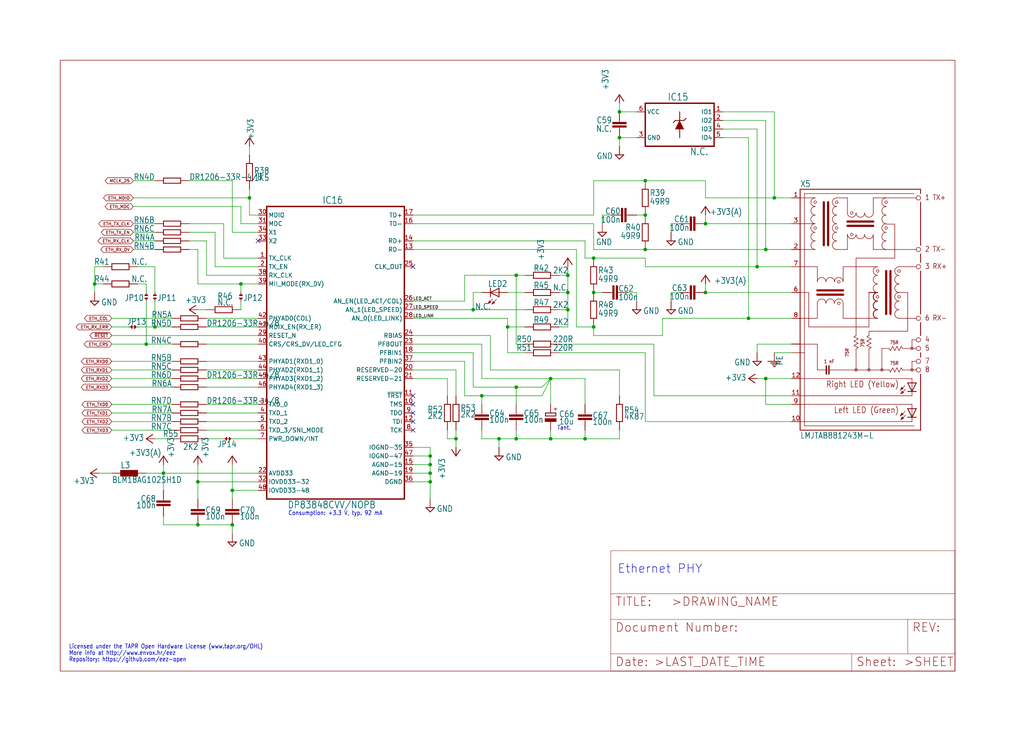
<source format=kicad_sch>
(kicad_sch (version 20230121) (generator eeschema)
  (paper "User" 302.311 218.491)
  (junction (at 228.6 58.42))
  (junction (at 58.42 142.24))
  (junction (at 162.56 111.76))
  (junction (at 127 142.24))
  (junction (at 182.88 40.64))
  (junction (at 226.06 111.76))
  (junction (at 68.58 144.78))
  (junction (at 167.64 81.28))
  (junction (at 48.26 139.7))
  (junction (at 149.86 96.52))
  (junction (at 142.24 116.84))
  (junction (at 127 134.62))
  (junction (at 43.18 101.6))
  (junction (at 208.28 66.04))
  (junction (at 167.64 86.36))
  (junction (at 134.62 129.54))
  (junction (at 182.88 33.02))
  (junction (at 27.94 83.82))
  (junction (at 147.32 129.54))
  (junction (at 45.72 96.52))
  (junction (at 175.26 96.52))
  (junction (at 226.06 73.66))
  (junction (at 152.4 114.3))
  (junction (at 162.56 129.54))
  (junction (at 175.26 76.2))
  (junction (at 152.4 129.54))
  (junction (at 58.42 154.94))
  (junction (at 68.58 154.94))
  (junction (at 73.66 58.42))
  (junction (at 167.64 91.44))
  (junction (at 127 139.7))
  (junction (at 139.7 91.44))
  (junction (at 190.5 53.34))
  (junction (at 71.12 83.82))
  (junction (at 190.5 63.5))
  (junction (at 190.5 73.66))
  (junction (at 175.26 86.36))
  (junction (at 223.52 78.74))
  (junction (at 208.28 86.36))
  (junction (at 127 137.16))
  (junction (at 172.72 129.54))
  (junction (at 220.98 93.98))
  (junction (at 152.4 81.28))
  (no_connect (at 121.92 121.92))
  (no_connect (at 121.92 119.38))
  (no_connect (at 121.92 124.46))
  (no_connect (at 121.92 127))
  (no_connect (at 121.92 116.84))
  (no_connect (at 76.2 71.12))
  (no_connect (at 121.92 78.74))
  (wire (pts (xy 175.26 66.04) (xy 175.26 73.66)))
  (wire (pts (xy 134.62 132.08) (xy 134.62 129.54)))
  (wire (pts (xy 139.7 86.36) (xy 139.7 91.44)))
  (wire (pts (xy 127 137.16) (xy 127 139.7)))
  (wire (pts (xy 193.04 101.6) (xy 193.04 116.84)))
  (wire (pts (xy 233.68 124.46) (xy 190.5 124.46)))
  (wire (pts (xy 160.02 114.3) (xy 162.56 111.76)))
  (wire (pts (xy 175.26 76.2) (xy 190.5 76.2)))
  (wire (pts (xy 149.86 86.36) (xy 154.94 86.36)))
  (wire (pts (xy 149.86 96.52) (xy 149.86 104.14)))
  (wire (pts (xy 190.5 63.5) (xy 187.96 63.5)))
  (wire (pts (xy 50.8 93.98) (xy 33.02 93.98)))
  (wire (pts (xy 228.6 58.42) (xy 233.68 58.42)))
  (wire (pts (xy 127 142.24) (xy 127 139.7)))
  (wire (pts (xy 134.62 129.54) (xy 134.62 127)))
  (wire (pts (xy 127 147.32) (xy 127 142.24)))
  (wire (pts (xy 76.2 144.78) (xy 68.58 144.78)))
  (wire (pts (xy 220.98 93.98) (xy 233.68 93.98)))
  (wire (pts (xy 33.02 127) (xy 50.8 127)))
  (wire (pts (xy 68.58 157.48) (xy 68.58 154.94)))
  (wire (pts (xy 162.56 127) (xy 162.56 129.54)))
  (wire (pts (xy 175.26 99.06) (xy 195.58 99.06)))
  (wire (pts (xy 76.2 139.7) (xy 48.26 139.7)))
  (wire (pts (xy 195.58 99.06) (xy 195.58 93.98)))
  (wire (pts (xy 175.26 63.5) (xy 175.26 53.34)))
  (wire (pts (xy 121.92 99.06) (xy 144.78 99.06)))
  (wire (pts (xy 39.37 53.34) (xy 45.72 53.34)))
  (wire (pts (xy 167.64 81.28) (xy 167.64 86.36)))
  (wire (pts (xy 121.92 142.24) (xy 127 142.24)))
  (wire (pts (xy 165.1 81.28) (xy 167.64 81.28)))
  (wire (pts (xy 121.92 93.98) (xy 149.86 93.98)))
  (wire (pts (xy 71.12 66.04) (xy 76.2 66.04)))
  (wire (pts (xy 73.66 58.42) (xy 73.66 63.5)))
  (wire (pts (xy 58.42 154.94) (xy 48.26 154.94)))
  (wire (pts (xy 198.12 88.9) (xy 198.12 86.36)))
  (wire (pts (xy 175.26 53.34) (xy 190.5 53.34)))
  (wire (pts (xy 134.62 129.54) (xy 132.08 129.54)))
  (wire (pts (xy 71.12 86.36) (xy 71.12 83.82)))
  (wire (pts (xy 55.88 68.58) (xy 63.5 68.58)))
  (wire (pts (xy 208.28 86.36) (xy 233.68 86.36)))
  (wire (pts (xy 187.96 88.9) (xy 187.96 86.36)))
  (wire (pts (xy 137.16 116.84) (xy 142.24 116.84)))
  (wire (pts (xy 149.86 104.14) (xy 154.94 104.14)))
  (wire (pts (xy 139.7 91.44) (xy 121.92 91.44)))
  (wire (pts (xy 223.52 38.1) (xy 223.52 78.74)))
  (wire (pts (xy 182.88 129.54) (xy 172.72 129.54)))
  (wire (pts (xy 43.18 88.9) (xy 43.18 101.6)))
  (wire (pts (xy 43.18 83.82) (xy 40.64 83.82)))
  (wire (pts (xy 142.24 116.84) (xy 142.24 119.38)))
  (wire (pts (xy 39.37 66.04) (xy 45.72 66.04)))
  (wire (pts (xy 48.26 139.7) (xy 48.26 137.16)))
  (wire (pts (xy 68.58 144.78) (xy 68.58 147.32)))
  (wire (pts (xy 50.8 101.6) (xy 43.18 101.6)))
  (wire (pts (xy 137.16 106.68) (xy 137.16 116.84)))
  (wire (pts (xy 142.24 127) (xy 142.24 129.54)))
  (wire (pts (xy 68.58 53.34) (xy 68.58 68.58)))
  (wire (pts (xy 45.72 129.54) (xy 50.8 129.54)))
  (wire (pts (xy 50.8 106.68) (xy 33.02 106.68)))
  (wire (pts (xy 142.24 86.36) (xy 139.7 86.36)))
  (wire (pts (xy 121.92 104.14) (xy 139.7 104.14)))
  (wire (pts (xy 60.96 124.46) (xy 76.2 124.46)))
  (wire (pts (xy 121.92 109.22) (xy 134.62 109.22)))
  (wire (pts (xy 66.04 76.2) (xy 76.2 76.2)))
  (wire (pts (xy 208.28 53.34) (xy 208.28 58.42)))
  (wire (pts (xy 137.16 88.9) (xy 137.16 81.28)))
  (wire (pts (xy 165.1 104.14) (xy 190.5 104.14)))
  (wire (pts (xy 190.5 76.2) (xy 190.5 78.74)))
  (wire (pts (xy 60.96 111.76) (xy 76.2 111.76)))
  (wire (pts (xy 233.68 119.38) (xy 226.06 119.38)))
  (wire (pts (xy 33.02 109.22) (xy 50.8 109.22)))
  (wire (pts (xy 152.4 101.6) (xy 154.94 101.6)))
  (wire (pts (xy 40.64 78.74) (xy 45.72 78.74)))
  (wire (pts (xy 208.28 66.04) (xy 233.68 66.04)))
  (wire (pts (xy 147.32 129.54) (xy 152.4 129.54)))
  (wire (pts (xy 33.02 111.76) (xy 50.8 111.76)))
  (wire (pts (xy 226.06 119.38) (xy 226.06 111.76)))
  (wire (pts (xy 228.6 33.02) (xy 228.6 58.42)))
  (wire (pts (xy 45.72 78.74) (xy 45.72 86.36)))
  (wire (pts (xy 73.66 58.42) (xy 73.66 55.88)))
  (wire (pts (xy 60.96 119.38) (xy 76.2 119.38)))
  (wire (pts (xy 76.2 129.54) (xy 68.58 129.54)))
  (wire (pts (xy 208.28 66.04) (xy 208.28 63.5)))
  (wire (pts (xy 66.04 129.54) (xy 60.96 129.54)))
  (wire (pts (xy 55.88 53.34) (xy 68.58 53.34)))
  (wire (pts (xy 139.7 104.14) (xy 139.7 114.3)))
  (wire (pts (xy 213.36 33.02) (xy 228.6 33.02)))
  (wire (pts (xy 60.96 96.52) (xy 76.2 96.52)))
  (wire (pts (xy 50.8 96.52) (xy 45.72 96.52)))
  (wire (pts (xy 127 132.08) (xy 127 134.62)))
  (wire (pts (xy 76.2 68.58) (xy 68.58 68.58)))
  (wire (pts (xy 33.02 119.38) (xy 50.8 119.38)))
  (wire (pts (xy 30.48 83.82) (xy 27.94 83.82)))
  (wire (pts (xy 162.56 111.76) (xy 172.72 111.76)))
  (wire (pts (xy 213.36 35.56) (xy 226.06 35.56)))
  (wire (pts (xy 165.1 91.44) (xy 167.64 91.44)))
  (wire (pts (xy 39.37 60.96) (xy 71.12 60.96)))
  (wire (pts (xy 162.56 119.38) (xy 162.56 111.76)))
  (wire (pts (xy 167.64 81.28) (xy 167.64 78.74)))
  (wire (pts (xy 33.02 101.6) (xy 43.18 101.6)))
  (wire (pts (xy 48.26 154.94) (xy 48.26 152.4)))
  (wire (pts (xy 170.18 96.52) (xy 175.26 96.52)))
  (wire (pts (xy 195.58 93.98) (xy 220.98 93.98)))
  (wire (pts (xy 152.4 114.3) (xy 160.02 114.3)))
  (wire (pts (xy 172.72 111.76) (xy 172.72 119.38)))
  (wire (pts (xy 152.4 129.54) (xy 162.56 129.54)))
  (wire (pts (xy 187.96 33.02) (xy 182.88 33.02)))
  (wire (pts (xy 63.5 78.74) (xy 76.2 78.74)))
  (wire (pts (xy 45.72 88.9) (xy 45.72 96.52)))
  (wire (pts (xy 172.72 127) (xy 172.72 129.54)))
  (wire (pts (xy 139.7 91.44) (xy 154.94 91.44)))
  (wire (pts (xy 71.12 83.82) (xy 76.2 83.82)))
  (wire (pts (xy 29.21 139.7) (xy 33.02 139.7)))
  (wire (pts (xy 180.34 63.5) (xy 177.8 63.5)))
  (wire (pts (xy 142.24 111.76) (xy 142.24 101.6)))
  (wire (pts (xy 160.02 116.84) (xy 162.56 111.76)))
  (wire (pts (xy 71.12 91.44) (xy 71.12 88.9)))
  (wire (pts (xy 223.52 101.6) (xy 223.52 104.14)))
  (wire (pts (xy 208.28 86.36) (xy 208.28 83.82)))
  (wire (pts (xy 43.18 86.36) (xy 43.18 83.82)))
  (wire (pts (xy 172.72 71.12) (xy 172.72 76.2)))
  (wire (pts (xy 127 137.16) (xy 127 134.62)))
  (wire (pts (xy 190.5 78.74) (xy 223.52 78.74)))
  (wire (pts (xy 60.96 106.68) (xy 76.2 106.68)))
  (wire (pts (xy 213.36 38.1) (xy 223.52 38.1)))
  (wire (pts (xy 190.5 73.66) (xy 226.06 73.66)))
  (wire (pts (xy 165.1 86.36) (xy 167.64 86.36)))
  (wire (pts (xy 33.02 121.92) (xy 50.8 121.92)))
  (wire (pts (xy 190.5 53.34) (xy 208.28 53.34)))
  (wire (pts (xy 60.96 121.92) (xy 76.2 121.92)))
  (wire (pts (xy 121.92 132.08) (xy 127 132.08)))
  (wire (pts (xy 152.4 114.3) (xy 152.4 119.38)))
  (wire (pts (xy 182.88 33.02) (xy 182.88 30.48)))
  (wire (pts (xy 60.96 114.3) (xy 76.2 114.3)))
  (wire (pts (xy 233.68 111.76) (xy 226.06 111.76)))
  (wire (pts (xy 177.8 66.04) (xy 177.8 63.5)))
  (wire (pts (xy 121.92 73.66) (xy 170.18 73.66)))
  (wire (pts (xy 27.94 78.74) (xy 30.48 78.74)))
  (wire (pts (xy 187.96 40.64) (xy 182.88 40.64)))
  (wire (pts (xy 142.24 101.6) (xy 121.92 101.6)))
  (wire (pts (xy 58.42 73.66) (xy 58.42 83.82)))
  (wire (pts (xy 233.68 104.14) (xy 228.6 104.14)))
  (wire (pts (xy 132.08 111.76) (xy 132.08 116.84)))
  (wire (pts (xy 48.26 139.7) (xy 48.26 144.78)))
  (wire (pts (xy 139.7 114.3) (xy 152.4 114.3)))
  (wire (pts (xy 162.56 129.54) (xy 172.72 129.54)))
  (wire (pts (xy 76.2 142.24) (xy 58.42 142.24)))
  (wire (pts (xy 190.5 104.14) (xy 190.5 124.46)))
  (wire (pts (xy 200.66 86.36) (xy 198.12 86.36)))
  (wire (pts (xy 55.88 71.12) (xy 60.96 71.12)))
  (wire (pts (xy 226.06 73.66) (xy 233.68 73.66)))
  (wire (pts (xy 167.64 86.36) (xy 167.64 91.44)))
  (wire (pts (xy 45.72 96.52) (xy 40.64 96.52)))
  (wire (pts (xy 223.52 78.74) (xy 233.68 78.74)))
  (wire (pts (xy 121.92 71.12) (xy 172.72 71.12)))
  (wire (pts (xy 162.56 111.76) (xy 142.24 111.76)))
  (wire (pts (xy 149.86 93.98) (xy 149.86 96.52)))
  (wire (pts (xy 175.26 96.52) (xy 175.26 99.06)))
  (wire (pts (xy 27.94 83.82) (xy 27.94 78.74)))
  (wire (pts (xy 142.24 116.84) (xy 160.02 116.84)))
  (wire (pts (xy 68.58 154.94) (xy 58.42 154.94)))
  (wire (pts (xy 121.92 106.68) (xy 137.16 106.68)))
  (wire (pts (xy 66.04 66.04) (xy 66.04 76.2)))
  (wire (pts (xy 60.96 81.28) (xy 76.2 81.28)))
  (wire (pts (xy 39.37 68.58) (xy 45.72 68.58)))
  (wire (pts (xy 60.96 101.6) (xy 76.2 101.6)))
  (wire (pts (xy 121.92 63.5) (xy 175.26 63.5)))
  (wire (pts (xy 165.1 101.6) (xy 193.04 101.6)))
  (wire (pts (xy 60.96 109.22) (xy 76.2 109.22)))
  (wire (pts (xy 121.92 66.04) (xy 175.26 66.04)))
  (wire (pts (xy 33.02 99.06) (xy 76.2 99.06)))
  (wire (pts (xy 233.68 101.6) (xy 223.52 101.6)))
  (wire (pts (xy 55.88 73.66) (xy 58.42 73.66)))
  (wire (pts (xy 200.66 66.04) (xy 198.12 66.04)))
  (wire (pts (xy 58.42 142.24) (xy 58.42 147.32)))
  (wire (pts (xy 121.92 88.9) (xy 137.16 88.9)))
  (wire (pts (xy 226.06 35.56) (xy 226.06 73.66)))
  (wire (pts (xy 33.02 114.3) (xy 50.8 114.3)))
  (wire (pts (xy 60.96 127) (xy 76.2 127)))
  (wire (pts (xy 226.06 111.76) (xy 223.52 111.76)))
  (wire (pts (xy 142.24 129.54) (xy 147.32 129.54)))
  (wire (pts (xy 198.12 68.58) (xy 198.12 66.04)))
  (wire (pts (xy 63.5 68.58) (xy 63.5 78.74)))
  (wire (pts (xy 121.92 111.76) (xy 132.08 111.76)))
  (wire (pts (xy 185.42 86.36) (xy 187.96 86.36)))
  (wire (pts (xy 39.37 71.12) (xy 45.72 71.12)))
  (wire (pts (xy 182.88 40.64) (xy 182.88 43.18)))
  (wire (pts (xy 152.4 127) (xy 152.4 129.54)))
  (wire (pts (xy 144.78 99.06) (xy 144.78 109.22)))
  (wire (pts (xy 121.92 137.16) (xy 127 137.16)))
  (wire (pts (xy 152.4 81.28) (xy 154.94 81.28)))
  (wire (pts (xy 76.2 93.98) (xy 60.96 93.98)))
  (wire (pts (xy 68.58 144.78) (xy 68.58 137.16)))
  (wire (pts (xy 137.16 81.28) (xy 152.4 81.28)))
  (wire (pts (xy 208.28 58.42) (xy 228.6 58.42)))
  (wire (pts (xy 71.12 60.96) (xy 71.12 66.04)))
  (wire (pts (xy 121.92 139.7) (xy 127 139.7)))
  (wire (pts (xy 38.1 96.52) (xy 33.02 96.52)))
  (wire (pts (xy 149.86 96.52) (xy 154.94 96.52)))
  (wire (pts (xy 33.02 124.46) (xy 50.8 124.46)))
  (wire (pts (xy 220.98 40.64) (xy 220.98 93.98)))
  (wire (pts (xy 132.08 129.54) (xy 132.08 127)))
  (wire (pts (xy 147.32 132.08) (xy 147.32 129.54)))
  (wire (pts (xy 175.26 86.36) (xy 177.8 86.36)))
  (wire (pts (xy 58.42 83.82) (xy 71.12 83.82)))
  (wire (pts (xy 121.92 134.62) (xy 127 134.62)))
  (wire (pts (xy 39.37 58.42) (xy 73.66 58.42)))
  (wire (pts (xy 170.18 73.66) (xy 170.18 96.52)))
  (wire (pts (xy 27.94 86.36) (xy 27.94 83.82)))
  (wire (pts (xy 73.66 63.5) (xy 76.2 63.5)))
  (wire (pts (xy 213.36 40.64) (xy 220.98 40.64)))
  (wire (pts (xy 60.96 91.44) (xy 58.42 91.44)))
  (wire (pts (xy 39.37 73.66) (xy 45.72 73.66)))
  (wire (pts (xy 152.4 81.28) (xy 152.4 101.6)))
  (wire (pts (xy 55.88 66.04) (xy 66.04 66.04)))
  (wire (pts (xy 58.42 142.24) (xy 58.42 137.16)))
  (wire (pts (xy 182.88 127) (xy 182.88 129.54)))
  (wire (pts (xy 167.64 96.52) (xy 165.1 96.52)))
  (wire (pts (xy 167.64 91.44) (xy 167.64 96.52)))
  (wire (pts (xy 60.96 71.12) (xy 60.96 81.28)))
  (wire (pts (xy 175.26 73.66) (xy 190.5 73.66)))
  (wire (pts (xy 172.72 76.2) (xy 175.26 76.2)))
  (wire (pts (xy 134.62 109.22) (xy 134.62 116.84)))
  (wire (pts (xy 182.88 109.22) (xy 182.88 116.84)))
  (wire (pts (xy 144.78 109.22) (xy 182.88 109.22)))
  (wire (pts (xy 48.26 139.7) (xy 43.18 139.7)))
  (wire (pts (xy 233.68 116.84) (xy 193.04 116.84)))
  (wire (pts (xy 73.66 43.18) (xy 73.66 45.72)))
  (text "Ethernet PHY" (at 182.245 169.545 0) (effects (font (size 2.54 2.54)) (justify left bottom)))
  (text "Licensed under the TAPR Open Hardware License (www.tapr.org/OHL)" (at 20.32 191.77 0) (effects (font (size 1.27 1.0795)) (justify left bottom)))
  (text "Tant." (at 164.465 125.73 0) (effects (font (size 1.27 1.0795)) (justify left top)))
  (text "Consumption: +3.3 V, typ. 92 mA" (at 85.09 152.4 0) (effects (font (size 1.27 1.0795)) (justify left bottom)))
  (text "Repository: https://github.com/eez-open" (at 20.32 195.58 0) (effects (font (size 1.27 1.0795)) (justify left bottom)))
  (text "More info at http://www.envox.hr/eez" (at 20.32 193.675 0) (effects (font (size 1.27 1.0795)) (justify left bottom)))
  (label "LED_SPEED" (at 121.92 91.44 0) (effects (font (size 0.889 0.889))))
  (label "LED_LINK" (at 121.92 93.98 0) (effects (font (size 0.889 0.889))))
  (label "LED_ACT" (at 121.92 88.9 0) (effects (font (size 0.889 0.889))))
  (global_label "ETH_RXD0" (shape bidirectional) (at 33.02 106.68 180) (effects (font (size 0.889 0.889))) (property "Intersheetrefs" "${INTERSHEET_REFS}" (effects hide)))
  (global_label "ETH_TX_CLK" (shape bidirectional) (at 39.37 66.04 180) (effects (font (size 0.889 0.889))) (property "Intersheetrefs" "${INTERSHEET_REFS}" (effects hide)))
  (global_label "ETH_RX_DV" (shape bidirectional) (at 39.37 73.66 180) (effects (font (size 0.889 0.889))) (property "Intersheetrefs" "${INTERSHEET_REFS}" (effects hide)))
  (global_label "ETH_COL" (shape bidirectional) (at 33.02 93.98 180) (effects (font (size 0.889 0.889))) (property "Intersheetrefs" "${INTERSHEET_REFS}" (effects hide)))
  (global_label "ETH_RX_CLK" (shape bidirectional) (at 39.37 71.12 180) (effects (font (size 0.889 0.889))) (property "Intersheetrefs" "${INTERSHEET_REFS}" (effects hide)))
  (global_label "ETH_MDC" (shape bidirectional) (at 39.37 60.96 180) (effects (font (size 0.889 0.889))) (property "Intersheetrefs" "${INTERSHEET_REFS}" (effects hide)))
  (global_label "ETH_RXD3" (shape bidirectional) (at 33.02 114.3 180) (effects (font (size 0.889 0.889))) (property "Intersheetrefs" "${INTERSHEET_REFS}" (effects hide)))
  (global_label "~{RESET}" (shape bidirectional) (at 33.02 99.06 180) (effects (font (size 0.889 0.889))) (property "Intersheetrefs" "${INTERSHEET_REFS}" (effects hide)))
  (global_label "ETH_RXD1" (shape bidirectional) (at 33.02 109.22 180) (effects (font (size 0.889 0.889))) (property "Intersheetrefs" "${INTERSHEET_REFS}" (effects hide)))
  (global_label "ETH_TXD2" (shape bidirectional) (at 33.02 124.46 180) (effects (font (size 0.889 0.889))) (property "Intersheetrefs" "${INTERSHEET_REFS}" (effects hide)))
  (global_label "ETH_TXD1" (shape bidirectional) (at 33.02 121.92 180) (effects (font (size 0.889 0.889))) (property "Intersheetrefs" "${INTERSHEET_REFS}" (effects hide)))
  (global_label "ETH_RXD2" (shape bidirectional) (at 33.02 111.76 180) (effects (font (size 0.889 0.889))) (property "Intersheetrefs" "${INTERSHEET_REFS}" (effects hide)))
  (global_label "ETH_TXD3" (shape bidirectional) (at 33.02 127 180) (effects (font (size 0.889 0.889))) (property "Intersheetrefs" "${INTERSHEET_REFS}" (effects hide)))
  (global_label "ETH_RX_ERR" (shape bidirectional) (at 33.02 96.52 180) (effects (font (size 0.889 0.889))) (property "Intersheetrefs" "${INTERSHEET_REFS}" (effects hide)))
  (global_label "ETH_TX_EN" (shape bidirectional) (at 39.37 68.58 180) (effects (font (size 0.889 0.889))) (property "Intersheetrefs" "${INTERSHEET_REFS}" (effects hide)))
  (global_label "ETH_CRS" (shape bidirectional) (at 33.02 101.6 180) (effects (font (size 0.889 0.889))) (property "Intersheetrefs" "${INTERSHEET_REFS}" (effects hide)))
  (global_label "MCLK_25" (shape bidirectional) (at 39.37 53.34 180) (effects (font (size 0.889 0.889))) (property "Intersheetrefs" "${INTERSHEET_REFS}" (effects hide)))
  (global_label "ETH_MDIO" (shape bidirectional) (at 39.37 58.42 180) (effects (font (size 0.889 0.889))) (property "Intersheetrefs" "${INTERSHEET_REFS}" (effects hide)))
  (global_label "ETH_TXD0" (shape bidirectional) (at 33.02 119.38 180) (effects (font (size 0.889 0.889))) (property "Intersheetrefs" "${INTERSHEET_REFS}" (effects hide)))
  (symbol (lib_id "EEZ_DIB_MCU_r3B4-eagle-import:R-EU_R0805") (at 160.02 86.36 180) (unit 1)
    (property "Reference" "R45" (at 157.48 85.217 0) (effects (font (size 1.778 1.5113)) (justify right top)))
    (property "Value" "N.C." (at 163.195 85.852 0) (effects (font (size 1.778 1.5113)) (justify right top)))
    (property "Footprint" "EEZ_DIB_MCU_r3B4:R0805" (effects hide))
  )
  (symbol (lib_id "EEZ_DIB_MCU_r3B4-eagle-import:GND") (at 198.12 71.12 0) (mirror y) (unit 1)
    (property "Reference" "#SUPPLY066" (effects hide))
    (property "Value" "GND" (at 200.025 70.485 0) (effects (font (size 1.778 1.5113)) (justify right top)))
    (property "Footprint" "EEZ_DIB_MCU_r3B4:" (effects hide))
  )
  (symbol (lib_id "EEZ_DIB_MCU_r3B4-eagle-import:DINA4_L") (at 180.34 198.12 0) (unit 2)
    (property "Reference" "#FRAME5" (effects hide))
    (property "Value" "DINA4_L" (effects hide))
    (property "Footprint" "EEZ_DIB_MCU_r3B4:" (effects hide))
  )
  (symbol (lib_id "EEZ_DIB_MCU_r3B4-eagle-import:TPD4E001-DRL") (at 200.66 35.56 0) (mirror y) (unit 1)
    (property "Reference" "IC15" (at 203.327 29.7688 0) (effects (font (size 2.0828 1.7703)) (justify left bottom)))
    (property "Value" "N.C." (at 209.2452 45.8978 0) (effects (font (size 2.0828 1.7703)) (justify left bottom)))
    (property "Footprint" "EEZ_DIB_MCU_r3B4:DRL6" (effects hide))
  )
  (symbol (lib_id "EEZ_DIB_MCU_r3B4-eagle-import:DINA4_L") (at 17.78 198.12 0) (unit 1)
    (property "Reference" "#FRAME5" (effects hide))
    (property "Value" "DINA4_L" (effects hide))
    (property "Footprint" "EEZ_DIB_MCU_r3B4:" (effects hide))
  )
  (symbol (lib_id "EEZ_DIB_MCU_r3B4-eagle-import:DP83848CVV{slash}NOPB") (at 99.06 104.14 0) (unit 1)
    (property "Reference" "IC16" (at 95.0976 60.2234 0) (effects (font (size 2.0828 1.7703)) (justify left bottom)))
    (property "Value" "DP83848CVV/NOPB" (at 84.836 150.1648 0) (effects (font (size 2.0828 1.7703)) (justify left bottom)))
    (property "Footprint" "EEZ_DIB_MCU_r3B4:PT48" (effects hide))
  )
  (symbol (lib_id "EEZ_DIB_MCU_r3B4-eagle-import:R_ARRAY4") (at 55.88 119.38 0) (unit 4)
    (property "Reference" "RN7" (at 50.8 119.253 0) (effects (font (size 1.778 1.5113)) (justify right bottom)))
    (property "Value" "DR1206-33R-4/8" (at 60.96 119.253 0) (effects (font (size 1.778 1.5113)) (justify left bottom)))
    (property "Footprint" "EEZ_DIB_MCU_r3B4:CAY16" (effects hide))
  )
  (symbol (lib_id "EEZ_DIB_MCU_r3B4-eagle-import:R_ARRAY4") (at 55.88 96.52 0) (unit 4)
    (property "Reference" "RN5" (at 50.8 96.393 0) (effects (font (size 1.778 1.5113)) (justify right bottom)))
    (property "Value" "DR1206-33R-4/8" (at 60.96 96.393 0) (effects (font (size 1.778 1.5113)) (justify left bottom)))
    (property "Footprint" "EEZ_DIB_MCU_r3B4:CAY16" (effects hide))
  )
  (symbol (lib_id "EEZ_DIB_MCU_r3B4-eagle-import:FERRITE_BEAD0603") (at 38.1 139.7 0) (unit 1)
    (property "Reference" "L3" (at 35.56 138.3284 0) (effects (font (size 1.778 1.5113)) (justify left bottom)))
    (property "Value" "BLM18AG102SH1D" (at 33.02 142.621 0) (effects (font (size 1.778 1.5113)) (justify left bottom)))
    (property "Footprint" "EEZ_DIB_MCU_r3B4:BEAD0603" (effects hide))
  )
  (symbol (lib_id "EEZ_DIB_MCU_r3B4-eagle-import:R-EU_R0805") (at 160.02 81.28 180) (unit 1)
    (property "Reference" "R42" (at 157.48 80.137 0) (effects (font (size 1.778 1.5113)) (justify right top)))
    (property "Value" "2K2" (at 163.195 80.772 0) (effects (font (size 1.778 1.5113)) (justify right top)))
    (property "Footprint" "EEZ_DIB_MCU_r3B4:R0805" (effects hide))
  )
  (symbol (lib_id "EEZ_DIB_MCU_r3B4-eagle-import:+3V3") (at 55.88 91.44 90) (unit 1)
    (property "Reference" "#+3V0334" (effects hide))
    (property "Value" "+3V3" (at 54.61 89.535 90) (effects (font (size 1.778 1.5113)) (justify right top)))
    (property "Footprint" "EEZ_DIB_MCU_r3B4:" (effects hide))
  )
  (symbol (lib_id "EEZ_DIB_MCU_r3B4-eagle-import:R-EU_R0805") (at 66.04 91.44 0) (unit 1)
    (property "Reference" "R46" (at 64.135 88.392 0) (effects (font (size 1.778 1.5113)) (justify left bottom)))
    (property "Value" "N.C." (at 64.135 90.297 0) (effects (font (size 1.778 1.5113)) (justify left bottom)))
    (property "Footprint" "EEZ_DIB_MCU_r3B4:R0805" (effects hide))
  )
  (symbol (lib_id "EEZ_DIB_MCU_r3B4-eagle-import:JP2-NOCUT") (at 66.04 129.54 0) (unit 1)
    (property "Reference" "JP14" (at 64.135 132.08 0) (effects (font (size 1.778 1.5113)) (justify left bottom)))
    (property "Value" "JP2-NOCUT" (effects hide))
    (property "Footprint" "EEZ_DIB_MCU_r3B4:JP2-NOCUT" (effects hide))
  )
  (symbol (lib_id "EEZ_DIB_MCU_r3B4-eagle-import:+3V3(A)") (at 48.26 134.62 0) (unit 1)
    (property "Reference" "#+3V3(A)03" (effects hide))
    (property "Value" "+3V3(A)" (at 38.1 134.62 0) (effects (font (size 1.778 1.5113)) (justify left bottom)))
    (property "Footprint" "EEZ_DIB_MCU_r3B4:" (effects hide))
  )
  (symbol (lib_id "EEZ_DIB_MCU_r3B4-eagle-import:GND") (at 27.94 88.9 0) (mirror y) (unit 1)
    (property "Reference" "#SUPPLY067" (effects hide))
    (property "Value" "GND" (at 29.845 88.265 0) (effects (font (size 1.778 1.5113)) (justify right top)))
    (property "Footprint" "EEZ_DIB_MCU_r3B4:" (effects hide))
  )
  (symbol (lib_id "EEZ_DIB_MCU_r3B4-eagle-import:JP2-CUT") (at 45.72 88.9 90) (unit 1)
    (property "Reference" "JP11" (at 46.355 88.9 90) (effects (font (size 1.778 1.5113)) (justify right top)))
    (property "Value" "JP2-CUT" (effects hide))
    (property "Footprint" "EEZ_DIB_MCU_r3B4:JP2-CUT" (effects hide))
  )
  (symbol (lib_id "EEZ_DIB_MCU_r3B4-eagle-import:R_ARRAY4") (at 55.88 106.68 0) (unit 2)
    (property "Reference" "RN5" (at 50.8 106.553 0) (effects (font (size 1.778 1.5113)) (justify right bottom)))
    (property "Value" "DR1206-33R-4/8" (effects hide))
    (property "Footprint" "EEZ_DIB_MCU_r3B4:CAY16" (effects hide))
  )
  (symbol (lib_id "EEZ_DIB_MCU_r3B4-eagle-import:JP2-NOCUT") (at 40.64 96.52 180) (unit 1)
    (property "Reference" "JP13" (at 37.465 93.98 0) (effects (font (size 1.778 1.5113)) (justify right bottom)))
    (property "Value" "JP2-NOCUT" (effects hide))
    (property "Footprint" "EEZ_DIB_MCU_r3B4:JP2-NOCUT" (effects hide))
  )
  (symbol (lib_id "EEZ_DIB_MCU_r3B4-eagle-import:GND") (at 68.58 160.02 0) (mirror y) (unit 1)
    (property "Reference" "#SUPPLY073" (effects hide))
    (property "Value" "GND" (at 70.485 159.385 0) (effects (font (size 1.778 1.5113)) (justify right top)))
    (property "Footprint" "EEZ_DIB_MCU_r3B4:" (effects hide))
  )
  (symbol (lib_id "EEZ_DIB_MCU_r3B4-eagle-import:R-EU_R0805") (at 160.02 104.14 180) (unit 1)
    (property "Reference" "R51" (at 152.4 103.632 0) (effects (font (size 1.778 1.5113)) (justify right top)))
    (property "Value" "220R" (at 163.195 103.632 0) (effects (font (size 1.778 1.5113)) (justify right top)))
    (property "Footprint" "EEZ_DIB_MCU_r3B4:R0805" (effects hide))
  )
  (symbol (lib_id "EEZ_DIB_MCU_r3B4-eagle-import:+3V3(A)") (at 208.28 81.28 0) (unit 1)
    (property "Reference" "#+3V3(A)02" (effects hide))
    (property "Value" "+3V3(A)" (at 210.82 83.82 0) (effects (font (size 1.778 1.5113)) (justify left bottom)))
    (property "Footprint" "EEZ_DIB_MCU_r3B4:" (effects hide))
  )
  (symbol (lib_id "EEZ_DIB_MCU_r3B4-eagle-import:C-EUC0603") (at 180.34 86.36 90) (mirror x) (unit 1)
    (property "Reference" "C62" (at 182.499 84.201 90) (effects (font (size 1.778 1.5113)) (justify right top)))
    (property "Value" "100n" (at 182.499 86.741 90) (effects (font (size 1.778 1.5113)) (justify right top)))
    (property "Footprint" "EEZ_DIB_MCU_r3B4:C0603" (effects hide))
  )
  (symbol (lib_id "EEZ_DIB_MCU_r3B4-eagle-import:+3V3(A)") (at 208.28 60.96 0) (unit 1)
    (property "Reference" "#+3V3(A)01" (effects hide))
    (property "Value" "+3V3(A)" (at 209.55 63.5 0) (effects (font (size 1.778 1.5113)) (justify left bottom)))
    (property "Footprint" "EEZ_DIB_MCU_r3B4:" (effects hide))
  )
  (symbol (lib_id "EEZ_DIB_MCU_r3B4-eagle-import:+3V3") (at 43.18 129.54 90) (unit 1)
    (property "Reference" "#+3V0336" (effects hide))
    (property "Value" "+3V3" (at 42.545 128.27 90) (effects (font (size 1.778 1.5113)) (justify left bottom)))
    (property "Footprint" "EEZ_DIB_MCU_r3B4:" (effects hide))
  )
  (symbol (lib_id "EEZ_DIB_MCU_r3B4-eagle-import:R_ARRAY4") (at 55.88 114.3 0) (unit 1)
    (property "Reference" "RN6" (at 50.8 114.173 0) (effects (font (size 1.778 1.5113)) (justify right bottom)))
    (property "Value" "DR1206-33R-4/8" (effects hide))
    (property "Footprint" "EEZ_DIB_MCU_r3B4:CAY16" (effects hide))
  )
  (symbol (lib_id "EEZ_DIB_MCU_r3B4-eagle-import:R-EU_R0805") (at 73.66 50.8 270) (mirror x) (unit 1)
    (property "Reference" "R38" (at 74.93 49.403 90) (effects (font (size 1.778 1.5113)) (justify left bottom)))
    (property "Value" "1K5" (at 74.93 53.467 90) (effects (font (size 1.778 1.5113)) (justify left top)))
    (property "Footprint" "EEZ_DIB_MCU_r3B4:R0805" (effects hide))
  )
  (symbol (lib_id "EEZ_DIB_MCU_r3B4-eagle-import:LED0805") (at 144.78 86.36 270) (mirror x) (unit 1)
    (property "Reference" "LED2" (at 144.018 82.804 90) (effects (font (size 1.778 1.5113)) (justify left bottom)))
    (property "Value" "N.C." (at 140.208 89.535 90) (effects (font (size 1.778 1.5113)) (justify left bottom)))
    (property "Footprint" "EEZ_DIB_MCU_r3B4:LED_0805" (effects hide))
  )
  (symbol (lib_id "EEZ_DIB_MCU_r3B4-eagle-import:R_ARRAY4") (at 55.88 111.76 0) (unit 4)
    (property "Reference" "RN6" (at 50.8 111.633 0) (effects (font (size 1.778 1.5113)) (justify right bottom)))
    (property "Value" "DR1206-33R-4/8" (at 60.96 111.633 0) (effects (font (size 1.778 1.5113)) (justify left bottom)))
    (property "Footprint" "EEZ_DIB_MCU_r3B4:CAY16" (effects hide))
  )
  (symbol (lib_id "EEZ_DIB_MCU_r3B4-eagle-import:R_ARRAY4") (at 55.88 121.92 0) (unit 1)
    (property "Reference" "RN7" (at 50.8 121.793 0) (effects (font (size 1.778 1.5113)) (justify right bottom)))
    (property "Value" "DR1206-33R-4/8" (effects hide))
    (property "Footprint" "EEZ_DIB_MCU_r3B4:CAY16" (effects hide))
  )
  (symbol (lib_id "EEZ_DIB_MCU_r3B4-eagle-import:+3V3") (at 134.62 134.62 0) (mirror x) (unit 1)
    (property "Reference" "#+3V0340" (effects hide))
    (property "Value" "+3V3" (at 131.445 135.255 90) (effects (font (size 1.778 1.5113)) (justify left bottom)))
    (property "Footprint" "EEZ_DIB_MCU_r3B4:" (effects hide))
  )
  (symbol (lib_id "EEZ_DIB_MCU_r3B4-eagle-import:+3V3") (at 58.42 134.62 0) (unit 1)
    (property "Reference" "#+3V0338" (effects hide))
    (property "Value" "+3V3" (at 51.435 135.255 90) (effects (font (size 1.778 1.5113)) (justify left bottom)))
    (property "Footprint" "EEZ_DIB_MCU_r3B4:" (effects hide))
  )
  (symbol (lib_id "EEZ_DIB_MCU_r3B4-eagle-import:C-EUC0603") (at 203.2 86.36 90) (mirror x) (unit 1)
    (property "Reference" "C63" (at 202.946 85.979 90) (effects (font (size 1.778 1.5113)) (justify left bottom)))
    (property "Value" "100n" (at 203.581 88.519 90) (effects (font (size 1.778 1.5113)) (justify left bottom)))
    (property "Footprint" "EEZ_DIB_MCU_r3B4:C0603" (effects hide))
  )
  (symbol (lib_id "EEZ_DIB_MCU_r3B4-eagle-import:R-EU_R0805") (at 190.5 58.42 90) (unit 1)
    (property "Reference" "R39" (at 191.77 57.912 90) (effects (font (size 1.778 1.5113)) (justify right top)))
    (property "Value" "49R9" (at 191.77 60.452 90) (effects (font (size 1.778 1.5113)) (justify right top)))
    (property "Footprint" "EEZ_DIB_MCU_r3B4:R0805" (effects hide))
  )
  (symbol (lib_id "EEZ_DIB_MCU_r3B4-eagle-import:+3V3") (at 68.58 134.62 0) (unit 1)
    (property "Reference" "#+3V0339" (effects hide))
    (property "Value" "+3V3" (at 61.595 135.255 90) (effects (font (size 1.778 1.5113)) (justify left bottom)))
    (property "Footprint" "EEZ_DIB_MCU_r3B4:" (effects hide))
  )
  (symbol (lib_id "EEZ_DIB_MCU_r3B4-eagle-import:R-EU_R0805") (at 175.26 81.28 90) (unit 1)
    (property "Reference" "R43" (at 176.53 80.772 90) (effects (font (size 1.778 1.5113)) (justify right top)))
    (property "Value" "49R9" (at 176.53 83.312 90) (effects (font (size 1.778 1.5113)) (justify right top)))
    (property "Footprint" "EEZ_DIB_MCU_r3B4:R0805" (effects hide))
  )
  (symbol (lib_id "EEZ_DIB_MCU_r3B4-eagle-import:+3V3") (at 182.88 27.94 0) (unit 1)
    (property "Reference" "#+3V0331" (effects hide))
    (property "Value" "+3V3" (at 179.705 26.67 90) (effects (font (size 1.778 1.5113)) (justify left bottom)))
    (property "Footprint" "EEZ_DIB_MCU_r3B4:" (effects hide))
  )
  (symbol (lib_id "EEZ_DIB_MCU_r3B4-eagle-import:R-EU_R0805") (at 35.56 78.74 0) (mirror x) (unit 1)
    (property "Reference" "R41" (at 32.385 78.232 0) (effects (font (size 1.778 1.5113)) (justify right top)))
    (property "Value" "N.C." (at 38.735 78.232 0) (effects (font (size 1.778 1.5113)) (justify left top)))
    (property "Footprint" "EEZ_DIB_MCU_r3B4:R0805" (effects hide))
  )
  (symbol (lib_id "EEZ_DIB_MCU_r3B4-eagle-import:GND") (at 182.88 45.72 0) (mirror y) (unit 1)
    (property "Reference" "#SUPPLY064" (effects hide))
    (property "Value" "GND" (at 180.975 45.085 0) (effects (font (size 1.778 1.5113)) (justify left top)))
    (property "Footprint" "EEZ_DIB_MCU_r3B4:" (effects hide))
  )
  (symbol (lib_id "EEZ_DIB_MCU_r3B4-eagle-import:R-EU_R0805") (at 175.26 91.44 90) (unit 1)
    (property "Reference" "R48" (at 176.53 90.932 90) (effects (font (size 1.778 1.5113)) (justify right top)))
    (property "Value" "49R9" (at 176.53 93.472 90) (effects (font (size 1.778 1.5113)) (justify right top)))
    (property "Footprint" "EEZ_DIB_MCU_r3B4:R0805" (effects hide))
  )
  (symbol (lib_id "EEZ_DIB_MCU_r3B4-eagle-import:+3V3") (at 26.67 139.7 90) (unit 1)
    (property "Reference" "#+3V0337" (effects hide))
    (property "Value" "+3V3" (at 27.94 140.97 90) (effects (font (size 1.778 1.5113)) (justify left bottom)))
    (property "Footprint" "EEZ_DIB_MCU_r3B4:" (effects hide))
  )
  (symbol (lib_id "EEZ_DIB_MCU_r3B4-eagle-import:GND") (at 198.12 91.44 0) (mirror y) (unit 1)
    (property "Reference" "#SUPPLY069" (effects hide))
    (property "Value" "GND" (at 200.025 90.805 0) (effects (font (size 1.778 1.5113)) (justify right top)))
    (property "Footprint" "EEZ_DIB_MCU_r3B4:" (effects hide))
  )
  (symbol (lib_id "EEZ_DIB_MCU_r3B4-eagle-import:+3V3") (at 167.64 76.2 0) (unit 1)
    (property "Reference" "#+3V0333" (effects hide))
    (property "Value" "+3V3" (at 160.655 76.835 90) (effects (font (size 1.778 1.5113)) (justify left bottom)))
    (property "Footprint" "EEZ_DIB_MCU_r3B4:" (effects hide))
  )
  (symbol (lib_id "EEZ_DIB_MCU_r3B4-eagle-import:R-EU_R0805") (at 160.02 96.52 180) (unit 1)
    (property "Reference" "R49" (at 157.48 95.377 0) (effects (font (size 1.778 1.5113)) (justify right top)))
    (property "Value" "2K2" (at 163.195 96.012 0) (effects (font (size 1.778 1.5113)) (justify right top)))
    (property "Footprint" "EEZ_DIB_MCU_r3B4:R0805" (effects hide))
  )
  (symbol (lib_id "EEZ_DIB_MCU_r3B4-eagle-import:JP2-CUT") (at 43.18 88.9 90) (unit 1)
    (property "Reference" "JP10" (at 42.545 88.9 90) (effects (font (size 1.778 1.5113)) (justify left top)))
    (property "Value" "JP2-CUT" (effects hide))
    (property "Footprint" "EEZ_DIB_MCU_r3B4:JP2-CUT" (effects hide))
  )
  (symbol (lib_id "EEZ_DIB_MCU_r3B4-eagle-import:R_ARRAY4") (at 50.8 71.12 0) (unit 1)
    (property "Reference" "RN4" (at 45.72 70.993 0) (effects (font (size 1.778 1.5113)) (justify right bottom)))
    (property "Value" "DR1206-33R-4/8" (effects hide))
    (property "Footprint" "EEZ_DIB_MCU_r3B4:CAY16" (effects hide))
  )
  (symbol (lib_id "EEZ_DIB_MCU_r3B4-eagle-import:C-EUC0603") (at 58.42 149.86 0) (mirror y) (unit 1)
    (property "Reference" "C69" (at 60.579 149.606 0) (effects (font (size 1.778 1.5113)) (justify right top)))
    (property "Value" "100n" (at 60.579 151.511 0) (effects (font (size 1.778 1.5113)) (justify right top)))
    (property "Footprint" "EEZ_DIB_MCU_r3B4:C0603" (effects hide))
  )
  (symbol (lib_id "EEZ_DIB_MCU_r3B4-eagle-import:R-EU_R0805") (at 55.88 129.54 0) (mirror x) (unit 1)
    (property "Reference" "R55" (at 52.705 129.032 0) (effects (font (size 1.778 1.5113)) (justify right top)))
    (property "Value" "2K2" (at 53.975 132.842 0) (effects (font (size 1.778 1.5113)) (justify left top)))
    (property "Footprint" "EEZ_DIB_MCU_r3B4:R0805" (effects hide))
  )
  (symbol (lib_id "EEZ_DIB_MCU_r3B4-eagle-import:R_ARRAY4") (at 50.8 53.34 0) (unit 4)
    (property "Reference" "RN4" (at 45.72 53.213 0) (effects (font (size 1.778 1.5113)) (justify right bottom)))
    (property "Value" "DR1206-33R-4/8" (at 55.88 53.213 0) (effects (font (size 1.778 1.5113)) (justify left bottom)))
    (property "Footprint" "EEZ_DIB_MCU_r3B4:CAY16" (effects hide))
  )
  (symbol (lib_id "EEZ_DIB_MCU_r3B4-eagle-import:C-EUC0603") (at 48.26 147.32 0) (mirror y) (unit 1)
    (property "Reference" "C68" (at 46.101 148.209 0) (effects (font (size 1.778 1.5113)) (justify left bottom)))
    (property "Value" "100n" (at 46.101 150.114 0) (effects (font (size 1.778 1.5113)) (justify left bottom)))
    (property "Footprint" "EEZ_DIB_MCU_r3B4:C0603" (effects hide))
  )
  (symbol (lib_id "EEZ_DIB_MCU_r3B4-eagle-import:R-EU_R0805") (at 190.5 68.58 90) (unit 1)
    (property "Reference" "R40" (at 189.23 68.072 90) (effects (font (size 1.778 1.5113)) (justify left top)))
    (property "Value" "49R9" (at 189.23 70.612 90) (effects (font (size 1.778 1.5113)) (justify left top)))
    (property "Footprint" "EEZ_DIB_MCU_r3B4:R0805" (effects hide))
  )
  (symbol (lib_id "EEZ_DIB_MCU_r3B4-eagle-import:R-EU_R0805") (at 182.88 121.92 90) (unit 1)
    (property "Reference" "R54" (at 184.15 122.047 90) (effects (font (size 1.778 1.5113)) (justify right top)))
    (property "Value" "4K87" (at 184.15 123.952 90) (effects (font (size 1.778 1.5113)) (justify right top)))
    (property "Footprint" "EEZ_DIB_MCU_r3B4:R0805" (effects hide))
  )
  (symbol (lib_id "EEZ_DIB_MCU_r3B4-eagle-import:C-EUC0603") (at 142.24 121.92 0) (mirror y) (unit 1)
    (property "Reference" "C64" (at 144.399 121.031 0) (effects (font (size 1.778 1.5113)) (justify right top)))
    (property "Value" "100n" (at 144.399 122.936 0) (effects (font (size 1.778 1.5113)) (justify right top)))
    (property "Footprint" "EEZ_DIB_MCU_r3B4:C0603" (effects hide))
  )
  (symbol (lib_id "EEZ_DIB_MCU_r3B4-eagle-import:PE") (at 228.6 106.68 0) (unit 1)
    (property "Reference" "#PE03" (effects hide))
    (property "Value" "PE" (at 231.14 107.95 90) (effects (font (size 1.778 1.5113)) (justify left bottom)))
    (property "Footprint" "EEZ_DIB_MCU_r3B4:" (effects hide))
  )
  (symbol (lib_id "EEZ_DIB_MCU_r3B4-eagle-import:R-EU_R0805") (at 35.56 83.82 0) (mirror x) (unit 1)
    (property "Reference" "R44" (at 32.385 83.312 0) (effects (font (size 1.778 1.5113)) (justify right top)))
    (property "Value" "N.C." (at 38.735 83.312 0) (effects (font (size 1.778 1.5113)) (justify left top)))
    (property "Footprint" "EEZ_DIB_MCU_r3B4:R0805" (effects hide))
  )
  (symbol (lib_id "EEZ_DIB_MCU_r3B4-eagle-import:C-EUC0603") (at 172.72 121.92 0) (mirror y) (unit 1)
    (property "Reference" "C67" (at 174.879 121.666 0) (effects (font (size 1.778 1.5113)) (justify right top)))
    (property "Value" "100n" (at 174.879 123.571 0) (effects (font (size 1.778 1.5113)) (justify right top)))
    (property "Footprint" "EEZ_DIB_MCU_r3B4:C0603" (effects hide))
  )
  (symbol (lib_id "EEZ_DIB_MCU_r3B4-eagle-import:JP2-CUT") (at 71.12 88.9 90) (unit 1)
    (property "Reference" "JP12" (at 71.755 88.9 90) (effects (font (size 1.778 1.5113)) (justify right top)))
    (property "Value" "JP2-CUT" (effects hide))
    (property "Footprint" "EEZ_DIB_MCU_r3B4:JP2-CUT" (effects hide))
  )
  (symbol (lib_id "EEZ_DIB_MCU_r3B4-eagle-import:GND") (at 187.96 91.44 0) (mirror y) (unit 1)
    (property "Reference" "#SUPPLY068" (effects hide))
    (property "Value" "GND" (at 189.865 90.805 0) (effects (font (size 1.778 1.5113)) (justify right top)))
    (property "Footprint" "EEZ_DIB_MCU_r3B4:" (effects hide))
  )
  (symbol (lib_id "EEZ_DIB_MCU_r3B4-eagle-import:R_ARRAY4") (at 55.88 124.46 0) (unit 2)
    (property "Reference" "RN7" (at 50.8 124.333 0) (effects (font (size 1.778 1.5113)) (justify right bottom)))
    (property "Value" "DR1206-33R-4/8" (effects hide))
    (property "Footprint" "EEZ_DIB_MCU_r3B4:CAY16" (effects hide))
  )
  (symbol (lib_id "EEZ_DIB_MCU_r3B4-eagle-import:R_ARRAY4") (at 55.88 101.6 0) (unit 3)
    (property "Reference" "RN4" (at 50.8 101.473 0) (effects (font (size 1.778 1.5113)) (justify right bottom)))
    (property "Value" "DR1206-33R-4/8" (effects hide))
    (property "Footprint" "EEZ_DIB_MCU_r3B4:CAY16" (effects hide))
  )
  (symbol (lib_id "EEZ_DIB_MCU_r3B4-eagle-import:R-EU_R0805") (at 132.08 121.92 90) (unit 1)
    (property "Reference" "R52" (at 130.81 119.888 90) (effects (font (size 1.778 1.5113)) (justify left bottom)))
    (property "Value" "2K2" (at 130.81 121.793 90) (effects (font (size 1.778 1.5113)) (justify left bottom)))
    (property "Footprint" "EEZ_DIB_MCU_r3B4:R0805" (effects hide))
  )
  (symbol (lib_id "EEZ_DIB_MCU_r3B4-eagle-import:C-EUC0603") (at 203.2 66.04 90) (mirror x) (unit 1)
    (property "Reference" "C61" (at 203.581 65.659 90) (effects (font (size 1.778 1.5113)) (justify left bottom)))
    (property "Value" "100n" (at 203.581 68.199 90) (effects (font (size 1.778 1.5113)) (justify left bottom)))
    (property "Footprint" "EEZ_DIB_MCU_r3B4:C0603" (effects hide))
  )
  (symbol (lib_id "EEZ_DIB_MCU_r3B4-eagle-import:C-EUC0603") (at 182.88 35.56 0) (mirror y) (unit 1)
    (property "Reference" "C59" (at 180.721 36.449 0) (effects (font (size 1.778 1.5113)) (justify left bottom)))
    (property "Value" "N.C." (at 180.721 38.989 0) (effects (font (size 1.778 1.5113)) (justify left bottom)))
    (property "Footprint" "EEZ_DIB_MCU_r3B4:C0603" (effects hide))
  )
  (symbol (lib_id "EEZ_DIB_MCU_r3B4-eagle-import:GND") (at 127 149.86 0) (mirror y) (unit 1)
    (property "Reference" "#SUPPLY072" (effects hide))
    (property "Value" "GND" (at 128.905 149.225 0) (effects (font (size 1.778 1.5113)) (justify right top)))
    (property "Footprint" "EEZ_DIB_MCU_r3B4:" (effects hide))
  )
  (symbol (lib_id "EEZ_DIB_MCU_r3B4-eagle-import:+3V3") (at 220.98 111.76 90) (unit 1)
    (property "Reference" "#+3V0335" (effects hide))
    (property "Value" "+3V3" (at 220.345 110.49 90) (effects (font (size 1.778 1.5113)) (justify left bottom)))
    (property "Footprint" "EEZ_DIB_MCU_r3B4:" (effects hide))
  )
  (symbol (lib_id "EEZ_DIB_MCU_r3B4-eagle-import:C-EUC0603") (at 185.42 63.5 270) (unit 1)
    (property "Reference" "C60" (at 183.261 61.341 90) (effects (font (size 1.778 1.5113)) (justify right top)))
    (property "Value" "100n" (at 183.261 63.881 90) (effects (font (size 1.778 1.5113)) (justify right top)))
    (property "Footprint" "EEZ_DIB_MCU_r3B4:C0603" (effects hide))
  )
  (symbol (lib_id "EEZ_DIB_MCU_r3B4-eagle-import:GND") (at 223.52 106.68 0) (mirror y) (unit 1)
    (property "Reference" "#SUPPLY070" (effects hide))
    (property "Value" "GND" (at 221.615 107.95 0) (effects (font (size 1.778 1.5113)) (justify left bottom)))
    (property "Footprint" "EEZ_DIB_MCU_r3B4:" (effects hide))
  )
  (symbol (lib_id "EEZ_DIB_MCU_r3B4-eagle-import:R_ARRAY4") (at 50.8 66.04 0) (unit 2)
    (property "Reference" "RN6" (at 45.72 65.913 0) (effects (font (size 1.778 1.5113)) (justify right bottom)))
    (property "Value" "DR1206-33R-4/8" (effects hide))
    (property "Footprint" "EEZ_DIB_MCU_r3B4:CAY16" (effects hide))
  )
  (symbol (lib_id "EEZ_DIB_MCU_r3B4-eagle-import:C-EUC0603") (at 68.58 149.86 0) (mirror y) (unit 1)
    (property "Reference" "C70" (at 70.739 149.606 0) (effects (font (size 1.778 1.5113)) (justify right top)))
    (property "Value" "100n" (at 70.739 151.511 0) (effects (font (size 1.778 1.5113)) (justify right top)))
    (property "Footprint" "EEZ_DIB_MCU_r3B4:C0603" (effects hide))
  )
  (symbol (lib_id "EEZ_DIB_MCU_r3B4-eagle-import:+3V3") (at 73.66 40.64 0) (unit 1)
    (property "Reference" "#+3V0332" (effects hide))
    (property "Value" "+3V3" (at 74.93 41.275 90) (effects (font (size 1.778 1.5113)) (justify left bottom)))
    (property "Footprint" "EEZ_DIB_MCU_r3B4:" (effects hide))
  )
  (symbol (lib_id "EEZ_DIB_MCU_r3B4-eagle-import:R-EU_R0805") (at 160.02 101.6 180) (unit 1)
    (property "Reference" "R50" (at 152.4 101.092 0) (effects (font (size 1.778 1.5113)) (justify right top)))
    (property "Value" "220R" (at 163.195 101.092 0) (effects (font (size 1.778 1.5113)) (justify right top)))
    (property "Footprint" "EEZ_DIB_MCU_r3B4:R0805" (effects hide))
  )
  (symbol (lib_id "EEZ_DIB_MCU_r3B4-eagle-import:RJ45-TRAFO-LED") (at 248.92 96.52 0) (unit 1)
    (property "Reference" "X5" (at 236.22 55.245 0) (effects (font (size 1.778 1.5113)) (justify left bottom)))
    (property "Value" "LMJTAB881243M-L" (at 236.22 129.54 0) (effects (font (size 1.778 1.5113)) (justify left bottom)))
    (property "Footprint" "EEZ_DIB_MCU_r3B4:RJ45-TRAFO-LED" (effects hide))
  )
  (symbol (lib_id "EEZ_DIB_MCU_r3B4-eagle-import:ECAP1206") (at 162.56 121.92 0) (mirror y) (unit 1)
    (property "Reference" "C66" (at 164.973 121.285 0) (effects (font (size 1.778 1.5113)) (justify right top)))
    (property "Value" "10u" (at 164.973 123.444 0) (effects (font (size 1.778 1.5113)) (justify right top)))
    (property "Footprint" "EEZ_DIB_MCU_r3B4:EC1206" (effects hide))
  )
  (symbol (lib_id "EEZ_DIB_MCU_r3B4-eagle-import:R_ARRAY4") (at 55.88 93.98 0) (unit 1)
    (property "Reference" "RN5" (at 50.8 93.853 0) (effects (font (size 1.778 1.5113)) (justify right bottom)))
    (property "Value" "DR1206-33R-4/8" (effects hide))
    (property "Footprint" "EEZ_DIB_MCU_r3B4:CAY16" (effects hide))
  )
  (symbol (lib_id "EEZ_DIB_MCU_r3B4-eagle-import:GND") (at 177.8 68.58 0) (mirror y) (unit 1)
    (property "Reference" "#SUPPLY065" (effects hide))
    (property "Value" "GND" (at 175.895 70.485 0) (effects (font (size 1.778 1.5113)) (justify right top)))
    (property "Footprint" "EEZ_DIB_MCU_r3B4:" (effects hide))
  )
  (symbol (lib_id "EEZ_DIB_MCU_r3B4-eagle-import:R_ARRAY4") (at 55.88 109.22 0) (unit 3)
    (property "Reference" "RN5" (at 50.8 109.093 0) (effects (font (size 1.778 1.5113)) (justify right bottom)))
    (property "Value" "DR1206-33R-4/8" (effects hide))
    (property "Footprint" "EEZ_DIB_MCU_r3B4:CAY16" (effects hide))
  )
  (symbol (lib_id "EEZ_DIB_MCU_r3B4-eagle-import:R-EU_R0805") (at 134.62 121.92 90) (unit 1)
    (property "Reference" "R53" (at 135.89 121.412 90) (effects (font (size 1.778 1.5113)) (justify right top)))
    (property "Value" "2K2" (at 135.89 123.317 90) (effects (font (size 1.778 1.5113)) (justify right top)))
    (property "Footprint" "EEZ_DIB_MCU_r3B4:R0805" (effects hide))
  )
  (symbol (lib_id "EEZ_DIB_MCU_r3B4-eagle-import:GND") (at 147.32 134.62 0) (mirror y) (unit 1)
    (property "Reference" "#SUPPLY071" (effects hide))
    (property "Value" "GND" (at 149.225 133.985 0) (effects (font (size 1.778 1.5113)) (justify right top)))
    (property "Footprint" "EEZ_DIB_MCU_r3B4:" (effects hide))
  )
  (symbol (lib_id "EEZ_DIB_MCU_r3B4-eagle-import:R_ARRAY4") (at 55.88 127 0) (unit 3)
    (property "Reference" "RN7" (at 50.8 126.873 0) (effects (font (size 1.778 1.5113)) (justify right bottom)))
    (property "Value" "DR1206-33R-4/8" (effects hide))
    (property "Footprint" "EEZ_DIB_MCU_r3B4:CAY16" (effects hide))
  )
  (symbol (lib_id "EEZ_DIB_MCU_r3B4-eagle-import:C-EUC0603") (at 152.4 121.92 0) (mirror y) (unit 1)
    (property "Reference" "C65" (at 154.559 121.031 0) (effects (font (size 1.778 1.5113)) (justify right top)))
    (property "Value" "100n" (at 154.559 122.936 0) (effects (font (size 1.778 1.5113)) (justify right top)))
    (property "Footprint" "EEZ_DIB_MCU_r3B4:C0603" (effects hide))
  )
  (symbol (lib_id "EEZ_DIB_MCU_r3B4-eagle-import:R-EU_R0805") (at 160.02 91.44 180) (unit 1)
    (property "Reference" "R47" (at 157.48 90.297 0) (effects (font (size 1.778 1.5113)) (justify right top)))
    (property "Value" "2K2" (at 163.195 90.932 0) (effects (font (size 1.778 1.5113)) (justify right top)))
    (property "Footprint" "EEZ_DIB_MCU_r3B4:R0805" (effects hide))
  )
  (symbol (lib_id "EEZ_DIB_MCU_r3B4-eagle-import:R_ARRAY4") (at 50.8 73.66 0) (unit 2)
    (property "Reference" "RN4" (at 45.72 73.533 0) (effects (font (size 1.778 1.5113)) (justify right bottom)))
    (property "Value" "DR1206-33R-4/8" (effects hide))
    (property "Footprint" "EEZ_DIB_MCU_r3B4:CAY16" (effects hide))
  )
  (symbol (lib_id "EEZ_DIB_MCU_r3B4-eagle-import:R_ARRAY4") (at 50.8 68.58 0) (unit 3)
    (property "Reference" "RN6" (at 45.72 68.453 0) (effects (font (size 1.778 1.5113)) (justify right bottom)))
    (property "Value" "DR1206-33R-4/8" (effects hide))
    (property "Footprint" "EEZ_DIB_MCU_r3B4:CAY16" (effects hide))
  )
)
</source>
